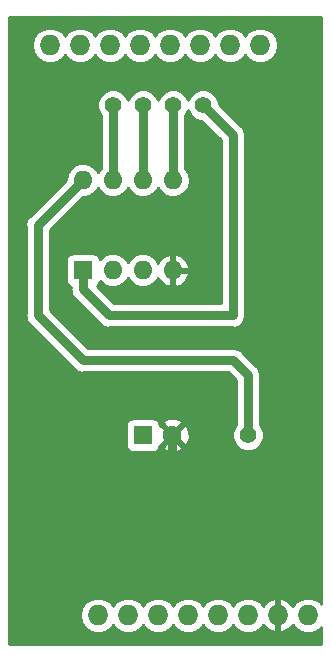
<source format=gbr>
G04 #@! TF.GenerationSoftware,KiCad,Pcbnew,(5.0.2)-1*
G04 #@! TF.CreationDate,2019-08-18T23:26:54-04:00*
G04 #@! TF.ProjectId,ATTINY_Bootloader,41545449-4e59-45f4-926f-6f746c6f6164,rev?*
G04 #@! TF.SameCoordinates,Original*
G04 #@! TF.FileFunction,Copper,L2,Bot*
G04 #@! TF.FilePolarity,Positive*
%FSLAX46Y46*%
G04 Gerber Fmt 4.6, Leading zero omitted, Abs format (unit mm)*
G04 Created by KiCad (PCBNEW (5.0.2)-1) date 8/18/2019 11:26:54 PM*
%MOMM*%
%LPD*%
G01*
G04 APERTURE LIST*
G04 #@! TA.AperFunction,ComponentPad*
%ADD10O,1.727200X1.727200*%
G04 #@! TD*
G04 #@! TA.AperFunction,ComponentPad*
%ADD11C,1.600000*%
G04 #@! TD*
G04 #@! TA.AperFunction,ComponentPad*
%ADD12R,1.600000X1.600000*%
G04 #@! TD*
G04 #@! TA.AperFunction,ComponentPad*
%ADD13O,1.600000X1.600000*%
G04 #@! TD*
G04 #@! TA.AperFunction,ViaPad*
%ADD14C,1.400000*%
G04 #@! TD*
G04 #@! TA.AperFunction,Conductor*
%ADD15C,0.800000*%
G04 #@! TD*
G04 #@! TA.AperFunction,Conductor*
%ADD16C,0.254000*%
G04 #@! TD*
G04 APERTURE END LIST*
D10*
G04 #@! TO.P,XA1,VIN*
G04 #@! TO.N,Net-(XA1-PadVIN)*
X173990000Y-128270000D03*
G04 #@! TO.P,XA1,GND3*
G04 #@! TO.N,GND*
X171450000Y-128270000D03*
G04 #@! TO.P,XA1,GND2*
G04 #@! TO.N,Net-(XA1-PadGND2)*
X168910000Y-128270000D03*
G04 #@! TO.P,XA1,5V1*
G04 #@! TO.N,+5V*
X166370000Y-128270000D03*
G04 #@! TO.P,XA1,3V3*
G04 #@! TO.N,Net-(XA1-Pad3V3)*
X163830000Y-128270000D03*
G04 #@! TO.P,XA1,RST1*
G04 #@! TO.N,Net-(C1-Pad1)*
X161290000Y-128270000D03*
G04 #@! TO.P,XA1,IORF*
G04 #@! TO.N,Net-(XA1-PadIORF)*
X158750000Y-128270000D03*
G04 #@! TO.P,XA1,GND1*
G04 #@! TO.N,Net-(XA1-PadGND1)*
X154686000Y-80010000D03*
G04 #@! TO.P,XA1,D8*
G04 #@! TO.N,Net-(XA1-PadD8)*
X169926000Y-80010000D03*
G04 #@! TO.P,XA1,D9*
G04 #@! TO.N,Net-(XA1-PadD9)*
X167386000Y-80010000D03*
G04 #@! TO.P,XA1,D10*
G04 #@! TO.N,PIN10_PIN1*
X164846000Y-80010000D03*
G04 #@! TO.P,XA1,AREF*
G04 #@! TO.N,Net-(XA1-PadAREF)*
X152146000Y-80010000D03*
G04 #@! TO.P,XA1,D13*
G04 #@! TO.N,PIN13_PIN7*
X157226000Y-80010000D03*
G04 #@! TO.P,XA1,D12*
G04 #@! TO.N,PIN12_PIN6*
X159766000Y-80010000D03*
G04 #@! TO.P,XA1,D11*
G04 #@! TO.N,PIN11_PIN5*
X162306000Y-80010000D03*
G04 #@! TO.P,XA1,*
G04 #@! TO.N,*
X156210000Y-128270000D03*
G04 #@! TD*
D11*
G04 #@! TO.P,C1,2*
G04 #@! TO.N,GND*
X162520000Y-113030000D03*
D12*
G04 #@! TO.P,C1,1*
G04 #@! TO.N,Net-(C1-Pad1)*
X160020000Y-113030000D03*
G04 #@! TD*
D13*
G04 #@! TO.P,U1,8*
G04 #@! TO.N,+5V*
X154940000Y-91440000D03*
G04 #@! TO.P,U1,4*
G04 #@! TO.N,GND*
X162560000Y-99060000D03*
G04 #@! TO.P,U1,7*
G04 #@! TO.N,PIN13_PIN7*
X157480000Y-91440000D03*
G04 #@! TO.P,U1,3*
G04 #@! TO.N,Net-(U1-Pad3)*
X160020000Y-99060000D03*
G04 #@! TO.P,U1,6*
G04 #@! TO.N,PIN12_PIN6*
X160020000Y-91440000D03*
G04 #@! TO.P,U1,2*
G04 #@! TO.N,Net-(U1-Pad2)*
X157480000Y-99060000D03*
G04 #@! TO.P,U1,5*
G04 #@! TO.N,PIN11_PIN5*
X162560000Y-91440000D03*
D12*
G04 #@! TO.P,U1,1*
G04 #@! TO.N,PIN10_PIN1*
X154940000Y-99060000D03*
G04 #@! TD*
D14*
G04 #@! TO.N,GND*
X171450000Y-123190000D03*
G04 #@! TO.N,+5V*
X168910000Y-113030000D03*
G04 #@! TO.N,PIN13_PIN7*
X157480000Y-85090000D03*
G04 #@! TO.N,PIN12_PIN6*
X160020000Y-85090000D03*
G04 #@! TO.N,PIN11_PIN5*
X162560000Y-85090000D03*
G04 #@! TO.N,PIN10_PIN1*
X165100000Y-85090000D03*
G04 #@! TD*
D15*
G04 #@! TO.N,GND*
X171450000Y-123190000D02*
X162560000Y-123190000D01*
X162520000Y-123150000D02*
X162520000Y-113030000D01*
X162560000Y-123190000D02*
X162520000Y-123150000D01*
G04 #@! TO.N,+5V*
X168910000Y-113030000D02*
X168910000Y-107950000D01*
X168910000Y-107950000D02*
X167640000Y-106680000D01*
X167640000Y-106680000D02*
X154940000Y-106680000D01*
X154940000Y-106680000D02*
X151130000Y-102870000D01*
X151130000Y-95250000D02*
X154940000Y-91440000D01*
X151130000Y-102870000D02*
X151130000Y-95250000D01*
G04 #@! TO.N,PIN13_PIN7*
X157480000Y-85090000D02*
X157480000Y-91440000D01*
G04 #@! TO.N,PIN12_PIN6*
X160020000Y-85090000D02*
X160020000Y-91440000D01*
G04 #@! TO.N,PIN11_PIN5*
X162560000Y-85090000D02*
X162560000Y-91440000D01*
G04 #@! TO.N,PIN10_PIN1*
X165100000Y-85090000D02*
X167640000Y-87630000D01*
X167640000Y-87630000D02*
X167640000Y-102870000D01*
X154940000Y-100660000D02*
X154940000Y-99060000D01*
X157150000Y-102870000D02*
X154940000Y-100660000D01*
X167640000Y-102870000D02*
X157150000Y-102870000D01*
G04 #@! TD*
D16*
G04 #@! TO.N,GND*
G36*
X175133000Y-127283212D02*
X175070430Y-127189570D01*
X174574725Y-126858350D01*
X174137598Y-126771400D01*
X173842402Y-126771400D01*
X173405275Y-126858350D01*
X172909570Y-127189570D01*
X172716963Y-127477826D01*
X172338490Y-127063179D01*
X171809027Y-126815032D01*
X171577000Y-126935531D01*
X171577000Y-128143000D01*
X171597000Y-128143000D01*
X171597000Y-128397000D01*
X171577000Y-128397000D01*
X171577000Y-129604469D01*
X171809027Y-129724968D01*
X172338490Y-129476821D01*
X172716963Y-129062174D01*
X172909570Y-129350430D01*
X173405275Y-129681650D01*
X173842402Y-129768600D01*
X174137598Y-129768600D01*
X174574725Y-129681650D01*
X175070430Y-129350430D01*
X175133000Y-129256788D01*
X175133000Y-130683000D01*
X148717000Y-130683000D01*
X148717000Y-128270000D01*
X154682041Y-128270000D01*
X154798350Y-128854725D01*
X155129570Y-129350430D01*
X155625275Y-129681650D01*
X156062402Y-129768600D01*
X156357598Y-129768600D01*
X156794725Y-129681650D01*
X157290430Y-129350430D01*
X157480000Y-129066719D01*
X157669570Y-129350430D01*
X158165275Y-129681650D01*
X158602402Y-129768600D01*
X158897598Y-129768600D01*
X159334725Y-129681650D01*
X159830430Y-129350430D01*
X160020000Y-129066719D01*
X160209570Y-129350430D01*
X160705275Y-129681650D01*
X161142402Y-129768600D01*
X161437598Y-129768600D01*
X161874725Y-129681650D01*
X162370430Y-129350430D01*
X162560000Y-129066719D01*
X162749570Y-129350430D01*
X163245275Y-129681650D01*
X163682402Y-129768600D01*
X163977598Y-129768600D01*
X164414725Y-129681650D01*
X164910430Y-129350430D01*
X165100000Y-129066719D01*
X165289570Y-129350430D01*
X165785275Y-129681650D01*
X166222402Y-129768600D01*
X166517598Y-129768600D01*
X166954725Y-129681650D01*
X167450430Y-129350430D01*
X167640000Y-129066719D01*
X167829570Y-129350430D01*
X168325275Y-129681650D01*
X168762402Y-129768600D01*
X169057598Y-129768600D01*
X169494725Y-129681650D01*
X169990430Y-129350430D01*
X170183037Y-129062174D01*
X170561510Y-129476821D01*
X171090973Y-129724968D01*
X171323000Y-129604469D01*
X171323000Y-128397000D01*
X171303000Y-128397000D01*
X171303000Y-128143000D01*
X171323000Y-128143000D01*
X171323000Y-126935531D01*
X171090973Y-126815032D01*
X170561510Y-127063179D01*
X170183037Y-127477826D01*
X169990430Y-127189570D01*
X169494725Y-126858350D01*
X169057598Y-126771400D01*
X168762402Y-126771400D01*
X168325275Y-126858350D01*
X167829570Y-127189570D01*
X167640000Y-127473281D01*
X167450430Y-127189570D01*
X166954725Y-126858350D01*
X166517598Y-126771400D01*
X166222402Y-126771400D01*
X165785275Y-126858350D01*
X165289570Y-127189570D01*
X165100000Y-127473281D01*
X164910430Y-127189570D01*
X164414725Y-126858350D01*
X163977598Y-126771400D01*
X163682402Y-126771400D01*
X163245275Y-126858350D01*
X162749570Y-127189570D01*
X162560000Y-127473281D01*
X162370430Y-127189570D01*
X161874725Y-126858350D01*
X161437598Y-126771400D01*
X161142402Y-126771400D01*
X160705275Y-126858350D01*
X160209570Y-127189570D01*
X160020000Y-127473281D01*
X159830430Y-127189570D01*
X159334725Y-126858350D01*
X158897598Y-126771400D01*
X158602402Y-126771400D01*
X158165275Y-126858350D01*
X157669570Y-127189570D01*
X157480000Y-127473281D01*
X157290430Y-127189570D01*
X156794725Y-126858350D01*
X156357598Y-126771400D01*
X156062402Y-126771400D01*
X155625275Y-126858350D01*
X155129570Y-127189570D01*
X154798350Y-127685275D01*
X154682041Y-128270000D01*
X148717000Y-128270000D01*
X148717000Y-112230000D01*
X158572560Y-112230000D01*
X158572560Y-113830000D01*
X158621843Y-114077765D01*
X158762191Y-114287809D01*
X158972235Y-114428157D01*
X159220000Y-114477440D01*
X160820000Y-114477440D01*
X161067765Y-114428157D01*
X161277809Y-114287809D01*
X161418157Y-114077765D01*
X161426117Y-114037745D01*
X161691861Y-114037745D01*
X161765995Y-114283864D01*
X162303223Y-114476965D01*
X162873454Y-114449778D01*
X163274005Y-114283864D01*
X163348139Y-114037745D01*
X162520000Y-113209605D01*
X161691861Y-114037745D01*
X161426117Y-114037745D01*
X161464693Y-113843813D01*
X161512255Y-113858139D01*
X162340395Y-113030000D01*
X162699605Y-113030000D01*
X163527745Y-113858139D01*
X163773864Y-113784005D01*
X163966965Y-113246777D01*
X163939778Y-112676546D01*
X163773864Y-112275995D01*
X163527745Y-112201861D01*
X162699605Y-113030000D01*
X162340395Y-113030000D01*
X161512255Y-112201861D01*
X161464693Y-112216187D01*
X161426118Y-112022255D01*
X161691861Y-112022255D01*
X162520000Y-112850395D01*
X163348139Y-112022255D01*
X163274005Y-111776136D01*
X162736777Y-111583035D01*
X162166546Y-111610222D01*
X161765995Y-111776136D01*
X161691861Y-112022255D01*
X161426118Y-112022255D01*
X161418157Y-111982235D01*
X161277809Y-111772191D01*
X161067765Y-111631843D01*
X160820000Y-111582560D01*
X159220000Y-111582560D01*
X158972235Y-111631843D01*
X158762191Y-111772191D01*
X158621843Y-111982235D01*
X158572560Y-112230000D01*
X148717000Y-112230000D01*
X148717000Y-95250000D01*
X150074724Y-95250000D01*
X150095001Y-95351939D01*
X150095000Y-102768066D01*
X150074724Y-102870000D01*
X150095000Y-102971934D01*
X150155052Y-103273836D01*
X150383807Y-103616193D01*
X150470227Y-103673937D01*
X154136065Y-107339776D01*
X154193807Y-107426193D01*
X154280223Y-107483934D01*
X154536163Y-107654948D01*
X154940000Y-107735276D01*
X155041934Y-107715000D01*
X167211290Y-107715000D01*
X167875001Y-108378712D01*
X167875000Y-112177025D01*
X167778242Y-112273783D01*
X167575000Y-112764452D01*
X167575000Y-113295548D01*
X167778242Y-113786217D01*
X168153783Y-114161758D01*
X168644452Y-114365000D01*
X169175548Y-114365000D01*
X169666217Y-114161758D01*
X170041758Y-113786217D01*
X170245000Y-113295548D01*
X170245000Y-112764452D01*
X170041758Y-112273783D01*
X169945000Y-112177025D01*
X169945000Y-108051934D01*
X169965276Y-107949999D01*
X169884948Y-107546163D01*
X169843368Y-107483934D01*
X169656193Y-107203807D01*
X169569776Y-107146065D01*
X168443937Y-106020227D01*
X168386193Y-105933807D01*
X168043837Y-105705052D01*
X167741935Y-105645000D01*
X167741934Y-105645000D01*
X167640000Y-105624724D01*
X167538066Y-105645000D01*
X155368711Y-105645000D01*
X152165000Y-102441290D01*
X152165000Y-95678710D01*
X154968711Y-92875000D01*
X155081333Y-92875000D01*
X155499909Y-92791740D01*
X155974577Y-92474577D01*
X156210000Y-92122242D01*
X156445423Y-92474577D01*
X156920091Y-92791740D01*
X157338667Y-92875000D01*
X157621333Y-92875000D01*
X158039909Y-92791740D01*
X158514577Y-92474577D01*
X158750000Y-92122242D01*
X158985423Y-92474577D01*
X159460091Y-92791740D01*
X159878667Y-92875000D01*
X160161333Y-92875000D01*
X160579909Y-92791740D01*
X161054577Y-92474577D01*
X161290000Y-92122242D01*
X161525423Y-92474577D01*
X162000091Y-92791740D01*
X162418667Y-92875000D01*
X162701333Y-92875000D01*
X163119909Y-92791740D01*
X163594577Y-92474577D01*
X163911740Y-91999909D01*
X164023113Y-91440000D01*
X163911740Y-90880091D01*
X163595000Y-90406056D01*
X163595000Y-85942975D01*
X163691758Y-85846217D01*
X163830000Y-85512472D01*
X163968242Y-85846217D01*
X164343783Y-86221758D01*
X164834452Y-86425000D01*
X164971290Y-86425000D01*
X166605000Y-88058711D01*
X166605001Y-101835000D01*
X157578711Y-101835000D01*
X156116110Y-100372399D01*
X156197809Y-100317809D01*
X156338157Y-100107765D01*
X156364785Y-99973894D01*
X156445423Y-100094577D01*
X156920091Y-100411740D01*
X157338667Y-100495000D01*
X157621333Y-100495000D01*
X158039909Y-100411740D01*
X158514577Y-100094577D01*
X158750000Y-99742242D01*
X158985423Y-100094577D01*
X159460091Y-100411740D01*
X159878667Y-100495000D01*
X160161333Y-100495000D01*
X160579909Y-100411740D01*
X161054577Y-100094577D01*
X161310947Y-99710892D01*
X161407611Y-99915134D01*
X161822577Y-100291041D01*
X162210961Y-100451904D01*
X162433000Y-100329915D01*
X162433000Y-99187000D01*
X162687000Y-99187000D01*
X162687000Y-100329915D01*
X162909039Y-100451904D01*
X163297423Y-100291041D01*
X163712389Y-99915134D01*
X163951914Y-99409041D01*
X163830629Y-99187000D01*
X162687000Y-99187000D01*
X162433000Y-99187000D01*
X162413000Y-99187000D01*
X162413000Y-98933000D01*
X162433000Y-98933000D01*
X162433000Y-97790085D01*
X162687000Y-97790085D01*
X162687000Y-98933000D01*
X163830629Y-98933000D01*
X163951914Y-98710959D01*
X163712389Y-98204866D01*
X163297423Y-97828959D01*
X162909039Y-97668096D01*
X162687000Y-97790085D01*
X162433000Y-97790085D01*
X162210961Y-97668096D01*
X161822577Y-97828959D01*
X161407611Y-98204866D01*
X161310947Y-98409108D01*
X161054577Y-98025423D01*
X160579909Y-97708260D01*
X160161333Y-97625000D01*
X159878667Y-97625000D01*
X159460091Y-97708260D01*
X158985423Y-98025423D01*
X158750000Y-98377758D01*
X158514577Y-98025423D01*
X158039909Y-97708260D01*
X157621333Y-97625000D01*
X157338667Y-97625000D01*
X156920091Y-97708260D01*
X156445423Y-98025423D01*
X156364785Y-98146106D01*
X156338157Y-98012235D01*
X156197809Y-97802191D01*
X155987765Y-97661843D01*
X155740000Y-97612560D01*
X154140000Y-97612560D01*
X153892235Y-97661843D01*
X153682191Y-97802191D01*
X153541843Y-98012235D01*
X153492560Y-98260000D01*
X153492560Y-99860000D01*
X153541843Y-100107765D01*
X153682191Y-100317809D01*
X153892235Y-100458157D01*
X153905000Y-100460696D01*
X153905000Y-100558065D01*
X153884724Y-100660000D01*
X153905000Y-100761934D01*
X153965052Y-101063836D01*
X154193807Y-101406193D01*
X154280227Y-101463937D01*
X156346065Y-103529776D01*
X156403807Y-103616193D01*
X156490223Y-103673934D01*
X156746163Y-103844948D01*
X157150000Y-103925276D01*
X157251934Y-103905000D01*
X167538066Y-103905000D01*
X167640000Y-103925276D01*
X168043837Y-103844948D01*
X168386193Y-103616193D01*
X168614948Y-103273837D01*
X168675000Y-102971935D01*
X168675000Y-102971934D01*
X168695276Y-102870000D01*
X168675000Y-102768065D01*
X168675000Y-87731929D01*
X168695275Y-87629999D01*
X168675000Y-87528070D01*
X168675000Y-87528065D01*
X168614948Y-87226163D01*
X168386193Y-86883807D01*
X168299776Y-86826065D01*
X166435000Y-84961290D01*
X166435000Y-84824452D01*
X166231758Y-84333783D01*
X165856217Y-83958242D01*
X165365548Y-83755000D01*
X164834452Y-83755000D01*
X164343783Y-83958242D01*
X163968242Y-84333783D01*
X163830000Y-84667528D01*
X163691758Y-84333783D01*
X163316217Y-83958242D01*
X162825548Y-83755000D01*
X162294452Y-83755000D01*
X161803783Y-83958242D01*
X161428242Y-84333783D01*
X161290000Y-84667528D01*
X161151758Y-84333783D01*
X160776217Y-83958242D01*
X160285548Y-83755000D01*
X159754452Y-83755000D01*
X159263783Y-83958242D01*
X158888242Y-84333783D01*
X158750000Y-84667528D01*
X158611758Y-84333783D01*
X158236217Y-83958242D01*
X157745548Y-83755000D01*
X157214452Y-83755000D01*
X156723783Y-83958242D01*
X156348242Y-84333783D01*
X156145000Y-84824452D01*
X156145000Y-85355548D01*
X156348242Y-85846217D01*
X156445000Y-85942975D01*
X156445001Y-90406055D01*
X156210000Y-90757758D01*
X155974577Y-90405423D01*
X155499909Y-90088260D01*
X155081333Y-90005000D01*
X154798667Y-90005000D01*
X154380091Y-90088260D01*
X153905423Y-90405423D01*
X153588260Y-90880091D01*
X153477035Y-91439254D01*
X150470225Y-94446065D01*
X150383808Y-94503807D01*
X150326066Y-94590224D01*
X150155052Y-94846164D01*
X150074724Y-95250000D01*
X148717000Y-95250000D01*
X148717000Y-80010000D01*
X150618041Y-80010000D01*
X150734350Y-80594725D01*
X151065570Y-81090430D01*
X151561275Y-81421650D01*
X151998402Y-81508600D01*
X152293598Y-81508600D01*
X152730725Y-81421650D01*
X153226430Y-81090430D01*
X153416000Y-80806719D01*
X153605570Y-81090430D01*
X154101275Y-81421650D01*
X154538402Y-81508600D01*
X154833598Y-81508600D01*
X155270725Y-81421650D01*
X155766430Y-81090430D01*
X155956000Y-80806719D01*
X156145570Y-81090430D01*
X156641275Y-81421650D01*
X157078402Y-81508600D01*
X157373598Y-81508600D01*
X157810725Y-81421650D01*
X158306430Y-81090430D01*
X158496000Y-80806719D01*
X158685570Y-81090430D01*
X159181275Y-81421650D01*
X159618402Y-81508600D01*
X159913598Y-81508600D01*
X160350725Y-81421650D01*
X160846430Y-81090430D01*
X161036000Y-80806719D01*
X161225570Y-81090430D01*
X161721275Y-81421650D01*
X162158402Y-81508600D01*
X162453598Y-81508600D01*
X162890725Y-81421650D01*
X163386430Y-81090430D01*
X163576000Y-80806719D01*
X163765570Y-81090430D01*
X164261275Y-81421650D01*
X164698402Y-81508600D01*
X164993598Y-81508600D01*
X165430725Y-81421650D01*
X165926430Y-81090430D01*
X166116000Y-80806719D01*
X166305570Y-81090430D01*
X166801275Y-81421650D01*
X167238402Y-81508600D01*
X167533598Y-81508600D01*
X167970725Y-81421650D01*
X168466430Y-81090430D01*
X168656000Y-80806719D01*
X168845570Y-81090430D01*
X169341275Y-81421650D01*
X169778402Y-81508600D01*
X170073598Y-81508600D01*
X170510725Y-81421650D01*
X171006430Y-81090430D01*
X171337650Y-80594725D01*
X171453959Y-80010000D01*
X171337650Y-79425275D01*
X171006430Y-78929570D01*
X170510725Y-78598350D01*
X170073598Y-78511400D01*
X169778402Y-78511400D01*
X169341275Y-78598350D01*
X168845570Y-78929570D01*
X168656000Y-79213281D01*
X168466430Y-78929570D01*
X167970725Y-78598350D01*
X167533598Y-78511400D01*
X167238402Y-78511400D01*
X166801275Y-78598350D01*
X166305570Y-78929570D01*
X166116000Y-79213281D01*
X165926430Y-78929570D01*
X165430725Y-78598350D01*
X164993598Y-78511400D01*
X164698402Y-78511400D01*
X164261275Y-78598350D01*
X163765570Y-78929570D01*
X163576000Y-79213281D01*
X163386430Y-78929570D01*
X162890725Y-78598350D01*
X162453598Y-78511400D01*
X162158402Y-78511400D01*
X161721275Y-78598350D01*
X161225570Y-78929570D01*
X161036000Y-79213281D01*
X160846430Y-78929570D01*
X160350725Y-78598350D01*
X159913598Y-78511400D01*
X159618402Y-78511400D01*
X159181275Y-78598350D01*
X158685570Y-78929570D01*
X158496000Y-79213281D01*
X158306430Y-78929570D01*
X157810725Y-78598350D01*
X157373598Y-78511400D01*
X157078402Y-78511400D01*
X156641275Y-78598350D01*
X156145570Y-78929570D01*
X155956000Y-79213281D01*
X155766430Y-78929570D01*
X155270725Y-78598350D01*
X154833598Y-78511400D01*
X154538402Y-78511400D01*
X154101275Y-78598350D01*
X153605570Y-78929570D01*
X153416000Y-79213281D01*
X153226430Y-78929570D01*
X152730725Y-78598350D01*
X152293598Y-78511400D01*
X151998402Y-78511400D01*
X151561275Y-78598350D01*
X151065570Y-78929570D01*
X150734350Y-79425275D01*
X150618041Y-80010000D01*
X148717000Y-80010000D01*
X148717000Y-77597000D01*
X175133000Y-77597000D01*
X175133000Y-127283212D01*
X175133000Y-127283212D01*
G37*
X175133000Y-127283212D02*
X175070430Y-127189570D01*
X174574725Y-126858350D01*
X174137598Y-126771400D01*
X173842402Y-126771400D01*
X173405275Y-126858350D01*
X172909570Y-127189570D01*
X172716963Y-127477826D01*
X172338490Y-127063179D01*
X171809027Y-126815032D01*
X171577000Y-126935531D01*
X171577000Y-128143000D01*
X171597000Y-128143000D01*
X171597000Y-128397000D01*
X171577000Y-128397000D01*
X171577000Y-129604469D01*
X171809027Y-129724968D01*
X172338490Y-129476821D01*
X172716963Y-129062174D01*
X172909570Y-129350430D01*
X173405275Y-129681650D01*
X173842402Y-129768600D01*
X174137598Y-129768600D01*
X174574725Y-129681650D01*
X175070430Y-129350430D01*
X175133000Y-129256788D01*
X175133000Y-130683000D01*
X148717000Y-130683000D01*
X148717000Y-128270000D01*
X154682041Y-128270000D01*
X154798350Y-128854725D01*
X155129570Y-129350430D01*
X155625275Y-129681650D01*
X156062402Y-129768600D01*
X156357598Y-129768600D01*
X156794725Y-129681650D01*
X157290430Y-129350430D01*
X157480000Y-129066719D01*
X157669570Y-129350430D01*
X158165275Y-129681650D01*
X158602402Y-129768600D01*
X158897598Y-129768600D01*
X159334725Y-129681650D01*
X159830430Y-129350430D01*
X160020000Y-129066719D01*
X160209570Y-129350430D01*
X160705275Y-129681650D01*
X161142402Y-129768600D01*
X161437598Y-129768600D01*
X161874725Y-129681650D01*
X162370430Y-129350430D01*
X162560000Y-129066719D01*
X162749570Y-129350430D01*
X163245275Y-129681650D01*
X163682402Y-129768600D01*
X163977598Y-129768600D01*
X164414725Y-129681650D01*
X164910430Y-129350430D01*
X165100000Y-129066719D01*
X165289570Y-129350430D01*
X165785275Y-129681650D01*
X166222402Y-129768600D01*
X166517598Y-129768600D01*
X166954725Y-129681650D01*
X167450430Y-129350430D01*
X167640000Y-129066719D01*
X167829570Y-129350430D01*
X168325275Y-129681650D01*
X168762402Y-129768600D01*
X169057598Y-129768600D01*
X169494725Y-129681650D01*
X169990430Y-129350430D01*
X170183037Y-129062174D01*
X170561510Y-129476821D01*
X171090973Y-129724968D01*
X171323000Y-129604469D01*
X171323000Y-128397000D01*
X171303000Y-128397000D01*
X171303000Y-128143000D01*
X171323000Y-128143000D01*
X171323000Y-126935531D01*
X171090973Y-126815032D01*
X170561510Y-127063179D01*
X170183037Y-127477826D01*
X169990430Y-127189570D01*
X169494725Y-126858350D01*
X169057598Y-126771400D01*
X168762402Y-126771400D01*
X168325275Y-126858350D01*
X167829570Y-127189570D01*
X167640000Y-127473281D01*
X167450430Y-127189570D01*
X166954725Y-126858350D01*
X166517598Y-126771400D01*
X166222402Y-126771400D01*
X165785275Y-126858350D01*
X165289570Y-127189570D01*
X165100000Y-127473281D01*
X164910430Y-127189570D01*
X164414725Y-126858350D01*
X163977598Y-126771400D01*
X163682402Y-126771400D01*
X163245275Y-126858350D01*
X162749570Y-127189570D01*
X162560000Y-127473281D01*
X162370430Y-127189570D01*
X161874725Y-126858350D01*
X161437598Y-126771400D01*
X161142402Y-126771400D01*
X160705275Y-126858350D01*
X160209570Y-127189570D01*
X160020000Y-127473281D01*
X159830430Y-127189570D01*
X159334725Y-126858350D01*
X158897598Y-126771400D01*
X158602402Y-126771400D01*
X158165275Y-126858350D01*
X157669570Y-127189570D01*
X157480000Y-127473281D01*
X157290430Y-127189570D01*
X156794725Y-126858350D01*
X156357598Y-126771400D01*
X156062402Y-126771400D01*
X155625275Y-126858350D01*
X155129570Y-127189570D01*
X154798350Y-127685275D01*
X154682041Y-128270000D01*
X148717000Y-128270000D01*
X148717000Y-112230000D01*
X158572560Y-112230000D01*
X158572560Y-113830000D01*
X158621843Y-114077765D01*
X158762191Y-114287809D01*
X158972235Y-114428157D01*
X159220000Y-114477440D01*
X160820000Y-114477440D01*
X161067765Y-114428157D01*
X161277809Y-114287809D01*
X161418157Y-114077765D01*
X161426117Y-114037745D01*
X161691861Y-114037745D01*
X161765995Y-114283864D01*
X162303223Y-114476965D01*
X162873454Y-114449778D01*
X163274005Y-114283864D01*
X163348139Y-114037745D01*
X162520000Y-113209605D01*
X161691861Y-114037745D01*
X161426117Y-114037745D01*
X161464693Y-113843813D01*
X161512255Y-113858139D01*
X162340395Y-113030000D01*
X162699605Y-113030000D01*
X163527745Y-113858139D01*
X163773864Y-113784005D01*
X163966965Y-113246777D01*
X163939778Y-112676546D01*
X163773864Y-112275995D01*
X163527745Y-112201861D01*
X162699605Y-113030000D01*
X162340395Y-113030000D01*
X161512255Y-112201861D01*
X161464693Y-112216187D01*
X161426118Y-112022255D01*
X161691861Y-112022255D01*
X162520000Y-112850395D01*
X163348139Y-112022255D01*
X163274005Y-111776136D01*
X162736777Y-111583035D01*
X162166546Y-111610222D01*
X161765995Y-111776136D01*
X161691861Y-112022255D01*
X161426118Y-112022255D01*
X161418157Y-111982235D01*
X161277809Y-111772191D01*
X161067765Y-111631843D01*
X160820000Y-111582560D01*
X159220000Y-111582560D01*
X158972235Y-111631843D01*
X158762191Y-111772191D01*
X158621843Y-111982235D01*
X158572560Y-112230000D01*
X148717000Y-112230000D01*
X148717000Y-95250000D01*
X150074724Y-95250000D01*
X150095001Y-95351939D01*
X150095000Y-102768066D01*
X150074724Y-102870000D01*
X150095000Y-102971934D01*
X150155052Y-103273836D01*
X150383807Y-103616193D01*
X150470227Y-103673937D01*
X154136065Y-107339776D01*
X154193807Y-107426193D01*
X154280223Y-107483934D01*
X154536163Y-107654948D01*
X154940000Y-107735276D01*
X155041934Y-107715000D01*
X167211290Y-107715000D01*
X167875001Y-108378712D01*
X167875000Y-112177025D01*
X167778242Y-112273783D01*
X167575000Y-112764452D01*
X167575000Y-113295548D01*
X167778242Y-113786217D01*
X168153783Y-114161758D01*
X168644452Y-114365000D01*
X169175548Y-114365000D01*
X169666217Y-114161758D01*
X170041758Y-113786217D01*
X170245000Y-113295548D01*
X170245000Y-112764452D01*
X170041758Y-112273783D01*
X169945000Y-112177025D01*
X169945000Y-108051934D01*
X169965276Y-107949999D01*
X169884948Y-107546163D01*
X169843368Y-107483934D01*
X169656193Y-107203807D01*
X169569776Y-107146065D01*
X168443937Y-106020227D01*
X168386193Y-105933807D01*
X168043837Y-105705052D01*
X167741935Y-105645000D01*
X167741934Y-105645000D01*
X167640000Y-105624724D01*
X167538066Y-105645000D01*
X155368711Y-105645000D01*
X152165000Y-102441290D01*
X152165000Y-95678710D01*
X154968711Y-92875000D01*
X155081333Y-92875000D01*
X155499909Y-92791740D01*
X155974577Y-92474577D01*
X156210000Y-92122242D01*
X156445423Y-92474577D01*
X156920091Y-92791740D01*
X157338667Y-92875000D01*
X157621333Y-92875000D01*
X158039909Y-92791740D01*
X158514577Y-92474577D01*
X158750000Y-92122242D01*
X158985423Y-92474577D01*
X159460091Y-92791740D01*
X159878667Y-92875000D01*
X160161333Y-92875000D01*
X160579909Y-92791740D01*
X161054577Y-92474577D01*
X161290000Y-92122242D01*
X161525423Y-92474577D01*
X162000091Y-92791740D01*
X162418667Y-92875000D01*
X162701333Y-92875000D01*
X163119909Y-92791740D01*
X163594577Y-92474577D01*
X163911740Y-91999909D01*
X164023113Y-91440000D01*
X163911740Y-90880091D01*
X163595000Y-90406056D01*
X163595000Y-85942975D01*
X163691758Y-85846217D01*
X163830000Y-85512472D01*
X163968242Y-85846217D01*
X164343783Y-86221758D01*
X164834452Y-86425000D01*
X164971290Y-86425000D01*
X166605000Y-88058711D01*
X166605001Y-101835000D01*
X157578711Y-101835000D01*
X156116110Y-100372399D01*
X156197809Y-100317809D01*
X156338157Y-100107765D01*
X156364785Y-99973894D01*
X156445423Y-100094577D01*
X156920091Y-100411740D01*
X157338667Y-100495000D01*
X157621333Y-100495000D01*
X158039909Y-100411740D01*
X158514577Y-100094577D01*
X158750000Y-99742242D01*
X158985423Y-100094577D01*
X159460091Y-100411740D01*
X159878667Y-100495000D01*
X160161333Y-100495000D01*
X160579909Y-100411740D01*
X161054577Y-100094577D01*
X161310947Y-99710892D01*
X161407611Y-99915134D01*
X161822577Y-100291041D01*
X162210961Y-100451904D01*
X162433000Y-100329915D01*
X162433000Y-99187000D01*
X162687000Y-99187000D01*
X162687000Y-100329915D01*
X162909039Y-100451904D01*
X163297423Y-100291041D01*
X163712389Y-99915134D01*
X163951914Y-99409041D01*
X163830629Y-99187000D01*
X162687000Y-99187000D01*
X162433000Y-99187000D01*
X162413000Y-99187000D01*
X162413000Y-98933000D01*
X162433000Y-98933000D01*
X162433000Y-97790085D01*
X162687000Y-97790085D01*
X162687000Y-98933000D01*
X163830629Y-98933000D01*
X163951914Y-98710959D01*
X163712389Y-98204866D01*
X163297423Y-97828959D01*
X162909039Y-97668096D01*
X162687000Y-97790085D01*
X162433000Y-97790085D01*
X162210961Y-97668096D01*
X161822577Y-97828959D01*
X161407611Y-98204866D01*
X161310947Y-98409108D01*
X161054577Y-98025423D01*
X160579909Y-97708260D01*
X160161333Y-97625000D01*
X159878667Y-97625000D01*
X159460091Y-97708260D01*
X158985423Y-98025423D01*
X158750000Y-98377758D01*
X158514577Y-98025423D01*
X158039909Y-97708260D01*
X157621333Y-97625000D01*
X157338667Y-97625000D01*
X156920091Y-97708260D01*
X156445423Y-98025423D01*
X156364785Y-98146106D01*
X156338157Y-98012235D01*
X156197809Y-97802191D01*
X155987765Y-97661843D01*
X155740000Y-97612560D01*
X154140000Y-97612560D01*
X153892235Y-97661843D01*
X153682191Y-97802191D01*
X153541843Y-98012235D01*
X153492560Y-98260000D01*
X153492560Y-99860000D01*
X153541843Y-100107765D01*
X153682191Y-100317809D01*
X153892235Y-100458157D01*
X153905000Y-100460696D01*
X153905000Y-100558065D01*
X153884724Y-100660000D01*
X153905000Y-100761934D01*
X153965052Y-101063836D01*
X154193807Y-101406193D01*
X154280227Y-101463937D01*
X156346065Y-103529776D01*
X156403807Y-103616193D01*
X156490223Y-103673934D01*
X156746163Y-103844948D01*
X157150000Y-103925276D01*
X157251934Y-103905000D01*
X167538066Y-103905000D01*
X167640000Y-103925276D01*
X168043837Y-103844948D01*
X168386193Y-103616193D01*
X168614948Y-103273837D01*
X168675000Y-102971935D01*
X168675000Y-102971934D01*
X168695276Y-102870000D01*
X168675000Y-102768065D01*
X168675000Y-87731929D01*
X168695275Y-87629999D01*
X168675000Y-87528070D01*
X168675000Y-87528065D01*
X168614948Y-87226163D01*
X168386193Y-86883807D01*
X168299776Y-86826065D01*
X166435000Y-84961290D01*
X166435000Y-84824452D01*
X166231758Y-84333783D01*
X165856217Y-83958242D01*
X165365548Y-83755000D01*
X164834452Y-83755000D01*
X164343783Y-83958242D01*
X163968242Y-84333783D01*
X163830000Y-84667528D01*
X163691758Y-84333783D01*
X163316217Y-83958242D01*
X162825548Y-83755000D01*
X162294452Y-83755000D01*
X161803783Y-83958242D01*
X161428242Y-84333783D01*
X161290000Y-84667528D01*
X161151758Y-84333783D01*
X160776217Y-83958242D01*
X160285548Y-83755000D01*
X159754452Y-83755000D01*
X159263783Y-83958242D01*
X158888242Y-84333783D01*
X158750000Y-84667528D01*
X158611758Y-84333783D01*
X158236217Y-83958242D01*
X157745548Y-83755000D01*
X157214452Y-83755000D01*
X156723783Y-83958242D01*
X156348242Y-84333783D01*
X156145000Y-84824452D01*
X156145000Y-85355548D01*
X156348242Y-85846217D01*
X156445000Y-85942975D01*
X156445001Y-90406055D01*
X156210000Y-90757758D01*
X155974577Y-90405423D01*
X155499909Y-90088260D01*
X155081333Y-90005000D01*
X154798667Y-90005000D01*
X154380091Y-90088260D01*
X153905423Y-90405423D01*
X153588260Y-90880091D01*
X153477035Y-91439254D01*
X150470225Y-94446065D01*
X150383808Y-94503807D01*
X150326066Y-94590224D01*
X150155052Y-94846164D01*
X150074724Y-95250000D01*
X148717000Y-95250000D01*
X148717000Y-80010000D01*
X150618041Y-80010000D01*
X150734350Y-80594725D01*
X151065570Y-81090430D01*
X151561275Y-81421650D01*
X151998402Y-81508600D01*
X152293598Y-81508600D01*
X152730725Y-81421650D01*
X153226430Y-81090430D01*
X153416000Y-80806719D01*
X153605570Y-81090430D01*
X154101275Y-81421650D01*
X154538402Y-81508600D01*
X154833598Y-81508600D01*
X155270725Y-81421650D01*
X155766430Y-81090430D01*
X155956000Y-80806719D01*
X156145570Y-81090430D01*
X156641275Y-81421650D01*
X157078402Y-81508600D01*
X157373598Y-81508600D01*
X157810725Y-81421650D01*
X158306430Y-81090430D01*
X158496000Y-80806719D01*
X158685570Y-81090430D01*
X159181275Y-81421650D01*
X159618402Y-81508600D01*
X159913598Y-81508600D01*
X160350725Y-81421650D01*
X160846430Y-81090430D01*
X161036000Y-80806719D01*
X161225570Y-81090430D01*
X161721275Y-81421650D01*
X162158402Y-81508600D01*
X162453598Y-81508600D01*
X162890725Y-81421650D01*
X163386430Y-81090430D01*
X163576000Y-80806719D01*
X163765570Y-81090430D01*
X164261275Y-81421650D01*
X164698402Y-81508600D01*
X164993598Y-81508600D01*
X165430725Y-81421650D01*
X165926430Y-81090430D01*
X166116000Y-80806719D01*
X166305570Y-81090430D01*
X166801275Y-81421650D01*
X167238402Y-81508600D01*
X167533598Y-81508600D01*
X167970725Y-81421650D01*
X168466430Y-81090430D01*
X168656000Y-80806719D01*
X168845570Y-81090430D01*
X169341275Y-81421650D01*
X169778402Y-81508600D01*
X170073598Y-81508600D01*
X170510725Y-81421650D01*
X171006430Y-81090430D01*
X171337650Y-80594725D01*
X171453959Y-80010000D01*
X171337650Y-79425275D01*
X171006430Y-78929570D01*
X170510725Y-78598350D01*
X170073598Y-78511400D01*
X169778402Y-78511400D01*
X169341275Y-78598350D01*
X168845570Y-78929570D01*
X168656000Y-79213281D01*
X168466430Y-78929570D01*
X167970725Y-78598350D01*
X167533598Y-78511400D01*
X167238402Y-78511400D01*
X166801275Y-78598350D01*
X166305570Y-78929570D01*
X166116000Y-79213281D01*
X165926430Y-78929570D01*
X165430725Y-78598350D01*
X164993598Y-78511400D01*
X164698402Y-78511400D01*
X164261275Y-78598350D01*
X163765570Y-78929570D01*
X163576000Y-79213281D01*
X163386430Y-78929570D01*
X162890725Y-78598350D01*
X162453598Y-78511400D01*
X162158402Y-78511400D01*
X161721275Y-78598350D01*
X161225570Y-78929570D01*
X161036000Y-79213281D01*
X160846430Y-78929570D01*
X160350725Y-78598350D01*
X159913598Y-78511400D01*
X159618402Y-78511400D01*
X159181275Y-78598350D01*
X158685570Y-78929570D01*
X158496000Y-79213281D01*
X158306430Y-78929570D01*
X157810725Y-78598350D01*
X157373598Y-78511400D01*
X157078402Y-78511400D01*
X156641275Y-78598350D01*
X156145570Y-78929570D01*
X155956000Y-79213281D01*
X155766430Y-78929570D01*
X155270725Y-78598350D01*
X154833598Y-78511400D01*
X154538402Y-78511400D01*
X154101275Y-78598350D01*
X153605570Y-78929570D01*
X153416000Y-79213281D01*
X153226430Y-78929570D01*
X152730725Y-78598350D01*
X152293598Y-78511400D01*
X151998402Y-78511400D01*
X151561275Y-78598350D01*
X151065570Y-78929570D01*
X150734350Y-79425275D01*
X150618041Y-80010000D01*
X148717000Y-80010000D01*
X148717000Y-77597000D01*
X175133000Y-77597000D01*
X175133000Y-127283212D01*
G04 #@! TD*
M02*

</source>
